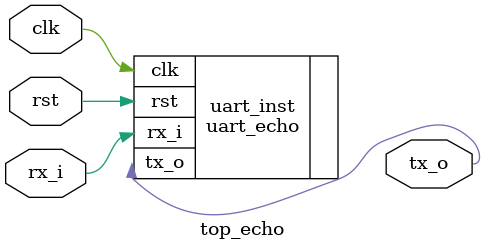
<source format=sv>
module top_echo (
    input clk,
    input rst,
    input rx_i,
    output tx_o
);
//UART echo module
uart_echo uart_inst (
    .clk(clk),//50.25mhz clk
    .rst(rst),
    .rx_i(rx_i),//input
    .tx_o(tx_o)//puput
);

endmodule

</source>
